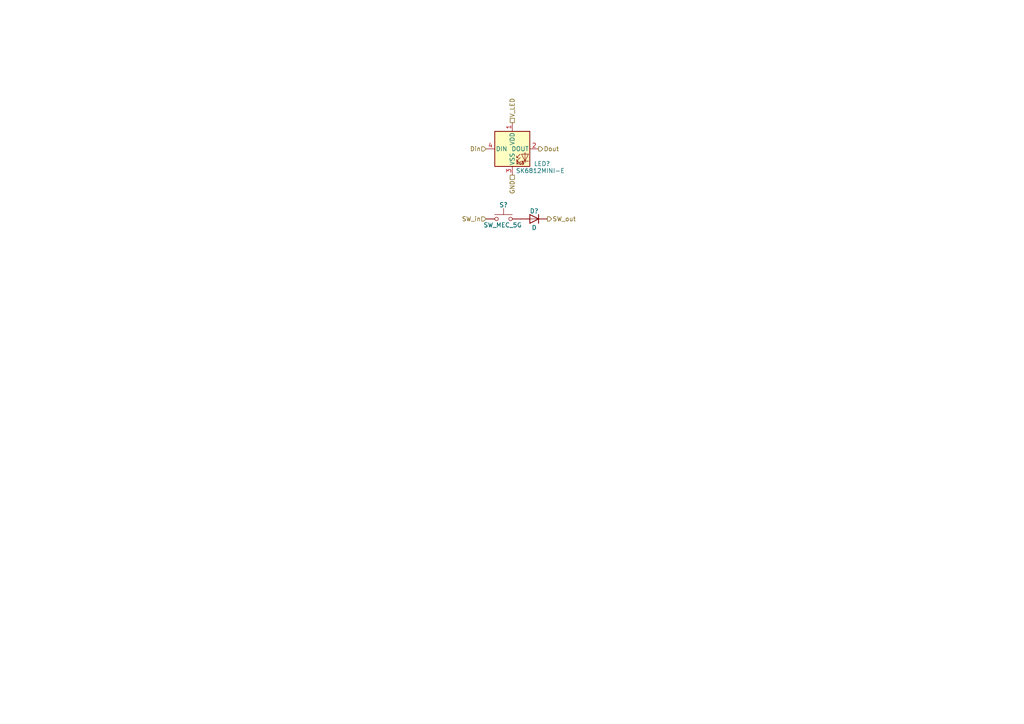
<source format=kicad_sch>
(kicad_sch (version 20231120) (generator "eeschema") (generator_version "8.0")
  (paper "A4")
  (lib_symbols
    (symbol "Device:D" (pin_numbers hide) (pin_names (offset 1.016) hide)
      (property "Reference" "D" (at 0 2.54 0))
      (property "Value" "D" (at 0 -2.54 0))
      (symbol "D_0_1"
        (polyline (pts (xy -1.27 1.27) (xy -1.27 -1.27)) (stroke (width 0.254)))
        (polyline (pts (xy 1.27 0) (xy -1.27 0)))
        (polyline (pts (xy 1.27 1.27) (xy 1.27 -1.27) (xy -1.27 0) (xy 1.27 1.27)) (stroke (width 0.254)))
      )
      (symbol "D_1_1"
        (pin passive line (at -3.81 0 0) (length 2.54) (name "K") (number "1"))
        (pin passive line (at 3.81 0 180) (length 2.54) (name "A") (number "2"))
      )
    )
    (symbol "LED:WS2812B" (pin_names (offset 0.254))
      (property "Reference" "D" (at 5.08 5.715 0))
      (property "Value" "WS2812B" (at 1.27 -5.715 0))
      (symbol "WS2812B_0_0"
        (text "RGB" (at 2.286 -4.191 0) (effects (font (size 0.762 0.762))))
      )
      (symbol "WS2812B_0_1"
        (polyline (pts (xy 1.27 -3.556) (xy 1.778 -3.556)))
        (polyline (pts (xy 1.27 -2.54) (xy 1.778 -2.54)))
        (polyline (pts (xy 4.699 -3.556) (xy 2.667 -3.556)))
        (polyline (pts (xy 2.286 -2.54) (xy 1.27 -3.556) (xy 1.27 -3.048)))
        (polyline (pts (xy 2.286 -1.524) (xy 1.27 -2.54) (xy 1.27 -2.032)))
        (polyline (pts (xy 3.683 -1.016) (xy 3.683 -3.556) (xy 3.683 -4.064)))
        (polyline (pts (xy 4.699 -1.524) (xy 2.667 -1.524) (xy 3.683 -3.556) (xy 4.699 -1.524)))
        (rectangle (start 5.08 5.08) (end -5.08 -5.08) (stroke (width 0.254)) (fill (type background)))
      )
      (symbol "WS2812B_1_1"
        (pin power_in line (at 0 7.62 270) (length 2.54) (name "VDD") (number "1"))
        (pin output line (at 7.62 0 180) (length 2.54) (name "DOUT") (number "2"))
        (pin power_in line (at 0 -7.62 90) (length 2.54) (name "VSS") (number "3"))
        (pin input line (at -7.62 0 0) (length 2.54) (name "DIN") (number "4"))
      )
    )
    (symbol "Switch:SW_MEC_5G" (pin_numbers hide) (pin_names (offset 1.016) hide)
      (property "Reference" "S?" (at 0 4.064 0))
      (property "Value" "SW_MEC_5G" (at -0.254 -1.778 0))
      (symbol "SW_MEC_5G_0_1"
        (circle (center -2.032 0) (radius 0.508))
        (polyline (pts (xy 0 1.27) (xy 0 3.048)))
        (polyline (pts (xy 2.54 1.27) (xy -2.54 1.27)))
        (circle (center 2.032 0) (radius 0.508))
      )
      (symbol "SW_MEC_5G_1_1"
        (pin passive line (at -5.08 0 0) (length 2.54) (name "A") (number "1"))
        (pin passive line (at 5.08 0 180) (length 2.54) (name "B") (number "2"))
      )
    )
  )
  (hierarchical_label "V_LED" (shape passive) (at 148.59 35.56 90))
  (hierarchical_label "SW_in" (shape input) (at 140.97 63.5 180))
  (hierarchical_label "SW_out" (shape output) (at 158.75 63.5 0))
  (hierarchical_label "Dout" (shape output) (at 156.21 43.18 0))
  (hierarchical_label "Din" (shape input) (at 140.97 43.18 180))
  (hierarchical_label "GND" (shape passive) (at 148.59 50.8 270))
  (symbol (lib_id "LED:WS2812B") (at 148.59 43.18 0) (unit 1)
    (property "Reference" "LED?" (at 157.226 47.498 0))
    (property "Value" "SK6812MINI-E" (at 156.718 49.53 0))
    (property "Footprint" "footprints:SK6812MINI-E_RVRSMOUNT" (effects (hide yes)))
    (property "Description" "RGB LED with integrated controller" (effects (hide yes)))
  )
  (symbol (lib_id "Device:D") (at 154.94 63.5 0) (mirror y) (unit 1)
    (property "Reference" "D?" (at 154.94 61.214 0))
    (property "Value" "D" (at 154.94 66.04 0))
    (property "Footprint" "footprints:ComboDiode" (effects (hide yes)))
    (property "Description" "Diode" (effects (hide yes)))
    (property "Sim.Device" "D" (effects (hide yes)))
    (property "Sim.Pins" "1=K 2=A" (effects (hide yes)))
  )
  (symbol (lib_id "Switch:SW_MEC_5G") (at 146.05 63.5 0) (unit 1)
    (property "Reference" "S?" (at 146.05 59.436 0))
    (property "Value" "SW_MEC_5G" (at 145.796 65.278 0))
    (property "Footprint" "footprints:MX" (effects (hide yes)))
    (property "Datasheet" "http://www.apem.com/int/index.php?controller=attachment&id_attachment=488" (effects (hide yes)))
    (property "Description" "MEC 5G single pole normally-open tactile switch" (effects (hide yes)))
  )
)
</source>
